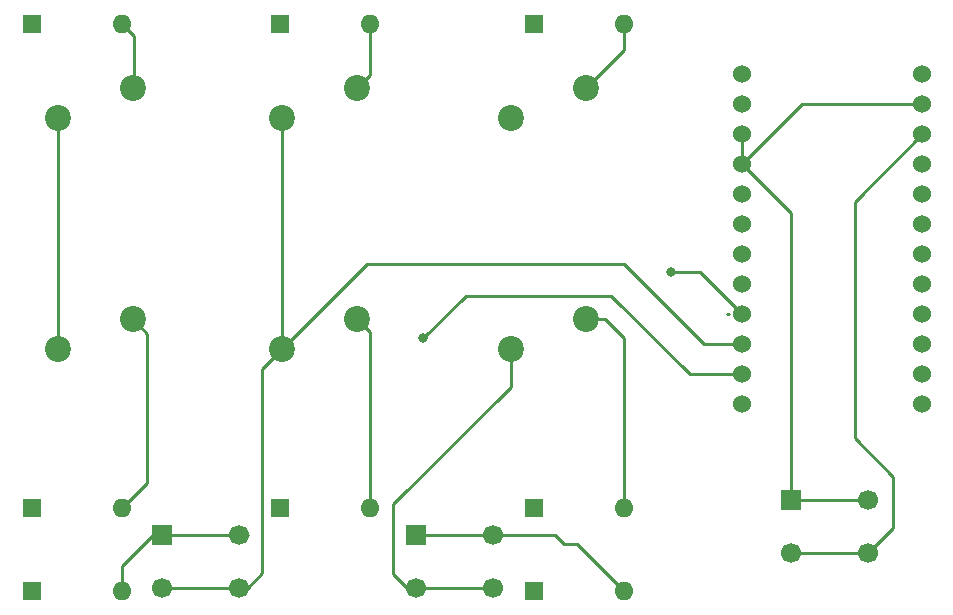
<source format=gbr>
%TF.GenerationSoftware,KiCad,Pcbnew,7.0.9*%
%TF.CreationDate,2024-01-20T20:31:13+09:00*%
%TF.ProjectId,cardsize_keyboad,63617264-7369-47a6-955f-6b6579626f61,rev?*%
%TF.SameCoordinates,PX34f3078PY5614798*%
%TF.FileFunction,Copper,L1,Top*%
%TF.FilePolarity,Positive*%
%FSLAX46Y46*%
G04 Gerber Fmt 4.6, Leading zero omitted, Abs format (unit mm)*
G04 Created by KiCad (PCBNEW 7.0.9) date 2024-01-20 20:31:13*
%MOMM*%
%LPD*%
G01*
G04 APERTURE LIST*
%TA.AperFunction,ComponentPad*%
%ADD10C,2.200000*%
%TD*%
%TA.AperFunction,ComponentPad*%
%ADD11R,1.600000X1.600000*%
%TD*%
%TA.AperFunction,ComponentPad*%
%ADD12O,1.600000X1.600000*%
%TD*%
%TA.AperFunction,ComponentPad*%
%ADD13R,1.700000X1.700000*%
%TD*%
%TA.AperFunction,ComponentPad*%
%ADD14C,1.700000*%
%TD*%
%TA.AperFunction,ComponentPad*%
%ADD15C,1.524000*%
%TD*%
%TA.AperFunction,ViaPad*%
%ADD16C,0.800000*%
%TD*%
%TA.AperFunction,Conductor*%
%ADD17C,0.250000*%
%TD*%
G04 APERTURE END LIST*
D10*
%TO.P,SW5,1,1*%
%TO.N,Net-(D5-A)*%
X35350000Y25090000D03*
%TO.P,SW5,2,2*%
%TO.N,7*%
X29000000Y22550000D03*
%TD*%
D11*
%TO.P,D5,1,K*%
%TO.N,Net-(D4-K)*%
X28850000Y9090000D03*
D12*
%TO.P,D5,2,A*%
%TO.N,Net-(D5-A)*%
X36470000Y9090000D03*
%TD*%
D10*
%TO.P,SW2,1,1*%
%TO.N,Net-(D2-A)*%
X35350000Y44630000D03*
%TO.P,SW2,2,2*%
%TO.N,7*%
X29000000Y42090000D03*
%TD*%
D13*
%TO.P,SW8,1,1*%
%TO.N,Net-(D8-A)*%
X18850000Y6840000D03*
D14*
X25350000Y6840000D03*
%TO.P,SW8,2,2*%
%TO.N,7*%
X18850000Y2340000D03*
X25350000Y2340000D03*
%TD*%
D11*
%TO.P,D3,1,K*%
%TO.N,Net-(D1-K)*%
X7850000Y50090000D03*
D12*
%TO.P,D3,2,A*%
%TO.N,Net-(D3-A)*%
X15470000Y50090000D03*
%TD*%
D11*
%TO.P,D8,1,K*%
%TO.N,Net-(D7-K)*%
X7850000Y2090000D03*
D12*
%TO.P,D8,2,A*%
%TO.N,Net-(D8-A)*%
X15470000Y2090000D03*
%TD*%
D11*
%TO.P,D1,1,K*%
%TO.N,Net-(D1-K)*%
X50350000Y50090000D03*
D12*
%TO.P,D1,2,A*%
%TO.N,Net-(D1-A)*%
X57970000Y50090000D03*
%TD*%
D13*
%TO.P,SW0,1,1*%
%TO.N,GND*%
X72100000Y9761400D03*
D14*
X78600000Y9761400D03*
%TO.P,SW0,2,2*%
%TO.N,Net-(U1-RST)*%
X72100000Y5261400D03*
X78600000Y5261400D03*
%TD*%
D10*
%TO.P,SW4,1,1*%
%TO.N,Net-(D4-A)*%
X54700000Y25130000D03*
%TO.P,SW4,2,2*%
%TO.N,6*%
X48350000Y22590000D03*
%TD*%
%TO.P,SW3,1,1*%
%TO.N,Net-(D3-A)*%
X16350000Y44630000D03*
%TO.P,SW3,2,2*%
%TO.N,8*%
X10000000Y42090000D03*
%TD*%
%TO.P,SW1,1,1*%
%TO.N,Net-(D1-A)*%
X54700000Y44630000D03*
%TO.P,SW1,2,2*%
%TO.N,6*%
X48350000Y42090000D03*
%TD*%
D11*
%TO.P,D7,1,K*%
%TO.N,Net-(D7-K)*%
X50350000Y2090000D03*
D12*
%TO.P,D7,2,A*%
%TO.N,Net-(D7-A)*%
X57970000Y2090000D03*
%TD*%
D13*
%TO.P,SW7,1,1*%
%TO.N,Net-(D7-A)*%
X40350000Y6840000D03*
D14*
X46850000Y6840000D03*
%TO.P,SW7,2,2*%
%TO.N,6*%
X40350000Y2340000D03*
X46850000Y2340000D03*
%TD*%
D10*
%TO.P,SW6,1,1*%
%TO.N,Net-(D6-A)*%
X16350000Y25090000D03*
%TO.P,SW6,2,2*%
%TO.N,8*%
X10000000Y22550000D03*
%TD*%
D11*
%TO.P,D2,1,K*%
%TO.N,Net-(D1-K)*%
X28850000Y50090000D03*
D12*
%TO.P,D2,2,A*%
%TO.N,Net-(D2-A)*%
X36470000Y50090000D03*
%TD*%
D11*
%TO.P,D4,1,K*%
%TO.N,Net-(D4-K)*%
X50350000Y9090000D03*
D12*
%TO.P,D4,2,A*%
%TO.N,Net-(D4-A)*%
X57970000Y9090000D03*
%TD*%
D11*
%TO.P,D6,1,K*%
%TO.N,Net-(D4-K)*%
X7850000Y9090000D03*
D12*
%TO.P,D6,2,A*%
%TO.N,Net-(D6-A)*%
X15470000Y9090000D03*
%TD*%
D15*
%TO.P,U1,1,D3/TX0*%
%TO.N,unconnected-(U1-D3{slash}TX0-Pad1)*%
X67960000Y45820000D03*
%TO.P,U1,2,D2/RX1*%
%TO.N,unconnected-(U1-D2{slash}RX1-Pad2)*%
X67960000Y43280000D03*
%TO.P,U1,3,GND*%
%TO.N,GND*%
X67960000Y40740000D03*
%TO.P,U1,4,GND*%
X67960000Y38200000D03*
%TO.P,U1,5,SDA/D1/2*%
%TO.N,Net-(D1-K)*%
X67960000Y35660000D03*
%TO.P,U1,6,SCL/D0/3*%
%TO.N,Net-(D4-K)*%
X67960000Y33120000D03*
%TO.P,U1,7,D4/4*%
%TO.N,Net-(D7-K)*%
X67960000Y30580000D03*
%TO.P,U1,8,C6/5*%
%TO.N,unconnected-(U1-C6{slash}5-Pad8)*%
X67960000Y28040000D03*
%TO.P,U1,9,D7/6*%
%TO.N,6*%
X67960000Y25500000D03*
%TO.P,U1,10,E6/7*%
%TO.N,7*%
X67960000Y22960000D03*
%TO.P,U1,11,B4/8*%
%TO.N,8*%
X67960000Y20420000D03*
%TO.P,U1,12,B5/9*%
%TO.N,unconnected-(U1-B5{slash}9-Pad12)*%
X67960000Y17880000D03*
%TO.P,U1,13,10/B6*%
%TO.N,unconnected-(U1-10{slash}B6-Pad13)*%
X83180000Y17880000D03*
%TO.P,U1,14,16/B2*%
%TO.N,unconnected-(U1-16{slash}B2-Pad14)*%
X83180000Y20420000D03*
%TO.P,U1,15,14/B3*%
%TO.N,unconnected-(U1-14{slash}B3-Pad15)*%
X83180000Y22960000D03*
%TO.P,U1,16,15/B1*%
%TO.N,unconnected-(U1-15{slash}B1-Pad16)*%
X83180000Y25500000D03*
%TO.P,U1,17,A0/F7*%
%TO.N,unconnected-(U1-A0{slash}F7-Pad17)*%
X83180000Y28040000D03*
%TO.P,U1,18,A1/F6*%
%TO.N,unconnected-(U1-A1{slash}F6-Pad18)*%
X83180000Y30580000D03*
%TO.P,U1,19,A2/F5*%
%TO.N,unconnected-(U1-A2{slash}F5-Pad19)*%
X83180000Y33120000D03*
%TO.P,U1,20,A3/F4*%
%TO.N,unconnected-(U1-A3{slash}F4-Pad20)*%
X83180000Y35660000D03*
%TO.P,U1,21,VCC*%
%TO.N,unconnected-(U1-VCC-Pad21)*%
X83180000Y38200000D03*
%TO.P,U1,22,RST*%
%TO.N,Net-(U1-RST)*%
X83180000Y40740000D03*
%TO.P,U1,23,GND*%
%TO.N,GND*%
X83180000Y43280000D03*
%TO.P,U1,24,RAW*%
%TO.N,unconnected-(U1-RAW-Pad24)*%
X83180000Y45820000D03*
%TD*%
D16*
%TO.N,6*%
X61978600Y29090000D03*
%TO.N,8*%
X40978600Y23511400D03*
%TD*%
D17*
%TO.N,6*%
X61978600Y29090000D02*
X64370000Y29090000D01*
X64370000Y29090000D02*
X67960000Y25500000D01*
%TO.N,Net-(U1-RST)*%
X80728600Y7390000D02*
X78600000Y5261400D01*
X80728600Y11761400D02*
X80728600Y7390000D01*
X77478600Y15011400D02*
X80728600Y11761400D01*
X77478600Y35038600D02*
X77478600Y15011400D01*
X83180000Y40740000D02*
X77478600Y35038600D01*
X78600000Y5261400D02*
X72100000Y5261400D01*
%TO.N,GND*%
X72100000Y9761400D02*
X78600000Y9761400D01*
X72100000Y34060000D02*
X72100000Y9761400D01*
X67960000Y38200000D02*
X72100000Y34060000D01*
%TO.N,8*%
X63520000Y20420000D02*
X67960000Y20420000D01*
X56850000Y27090000D02*
X63520000Y20420000D01*
X44557200Y27090000D02*
X56850000Y27090000D01*
X40978600Y23511400D02*
X44557200Y27090000D01*
%TO.N,*%
X66690000Y25500000D02*
X66873000Y25500000D01*
%TO.N,GND*%
X73040000Y43280000D02*
X67960000Y38200000D01*
X83180000Y43280000D02*
X73040000Y43280000D01*
X67960000Y40740000D02*
X67960000Y38200000D01*
%TO.N,6*%
X38425000Y3515000D02*
X39600000Y2340000D01*
X48350000Y22590000D02*
X48350000Y19379009D01*
X38425000Y9454009D02*
X38425000Y3515000D01*
X39600000Y2340000D02*
X46100000Y2340000D01*
X48350000Y19379009D02*
X38425000Y9454009D01*
%TO.N,7*%
X19600000Y2340000D02*
X26100000Y2340000D01*
X67960000Y22960000D02*
X64730000Y22960000D01*
X27350000Y3590000D02*
X26100000Y2340000D01*
X36211400Y29761400D02*
X29000000Y22550000D01*
X27350000Y20900000D02*
X27350000Y3590000D01*
X29000000Y22550000D02*
X29000000Y42090000D01*
X64730000Y22960000D02*
X57928600Y29761400D01*
X57928600Y29761400D02*
X36211400Y29761400D01*
X29000000Y22550000D02*
X27350000Y20900000D01*
%TO.N,8*%
X10000000Y42090000D02*
X10000000Y22550000D01*
%TO.N,Net-(D1-A)*%
X57970000Y47900000D02*
X54700000Y44630000D01*
X57970000Y50090000D02*
X57970000Y47900000D01*
%TO.N,Net-(D2-A)*%
X36470000Y50090000D02*
X36470000Y45750000D01*
X36470000Y45750000D02*
X35350000Y44630000D01*
%TO.N,Net-(D3-A)*%
X16478600Y49081400D02*
X16478600Y44758600D01*
X16478600Y44758600D02*
X16350000Y44630000D01*
X15470000Y50090000D02*
X16478600Y49081400D01*
%TO.N,Net-(D4-A)*%
X54700000Y25130000D02*
X56310000Y25130000D01*
X56310000Y25130000D02*
X57970000Y23470000D01*
X57970000Y23470000D02*
X57970000Y9090000D01*
%TO.N,Net-(D5-A)*%
X36470000Y9090000D02*
X36470000Y23970000D01*
X36470000Y23970000D02*
X35350000Y25090000D01*
%TO.N,Net-(D6-A)*%
X17600000Y11220000D02*
X17600000Y23840000D01*
X17600000Y23840000D02*
X16350000Y25090000D01*
X15470000Y9090000D02*
X17600000Y11220000D01*
%TO.N,Net-(D7-A)*%
X52850000Y6090000D02*
X53970000Y6090000D01*
X53970000Y6090000D02*
X57970000Y2090000D01*
X46100000Y6840000D02*
X52100000Y6840000D01*
X39600000Y6840000D02*
X46100000Y6840000D01*
X52100000Y6840000D02*
X52850000Y6090000D01*
%TO.N,Net-(D8-A)*%
X18100000Y6840000D02*
X19600000Y6840000D01*
X19600000Y6840000D02*
X26100000Y6840000D01*
X15470000Y2090000D02*
X15470000Y4210000D01*
X15470000Y4210000D02*
X18100000Y6840000D01*
%TD*%
M02*

</source>
